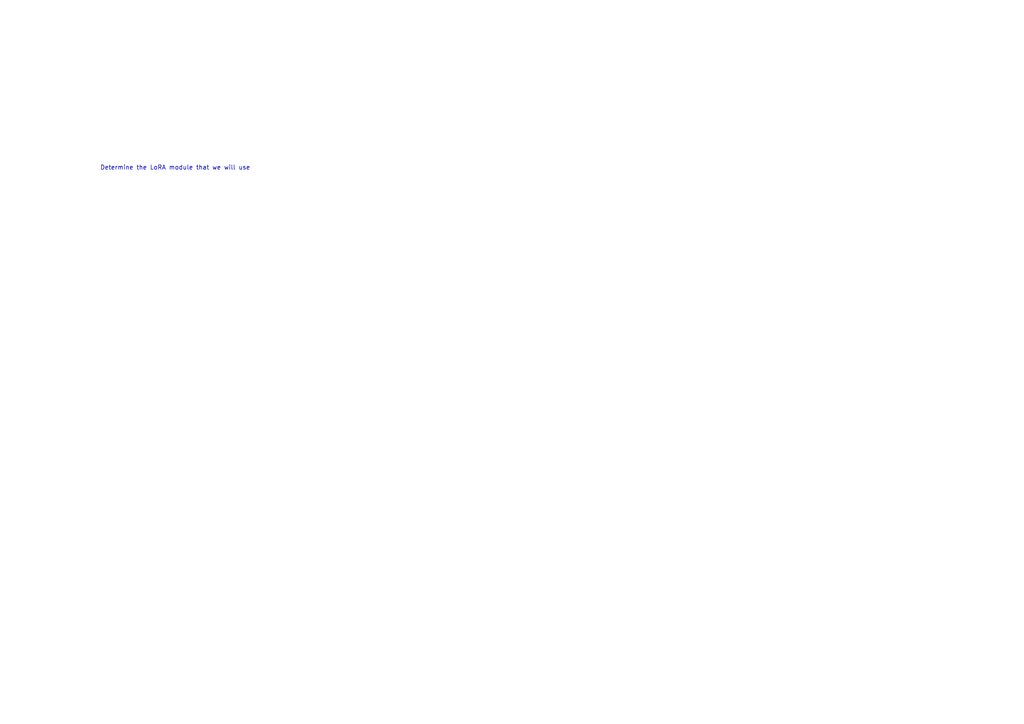
<source format=kicad_sch>
(kicad_sch
	(version 20250114)
	(generator "eeschema")
	(generator_version "9.0")
	(uuid "3cf54875-e4af-4567-940d-40495e4d7bd1")
	(paper "A4")
	(lib_symbols)
	(text "Determine the LoRA module that we will use \n"
		(exclude_from_sim no)
		(at 51.308 48.768 0)
		(effects
			(font
				(size 1.27 1.27)
			)
		)
		(uuid "caaf066b-571d-4631-8ba4-8eabed47d86d")
	)
)

</source>
